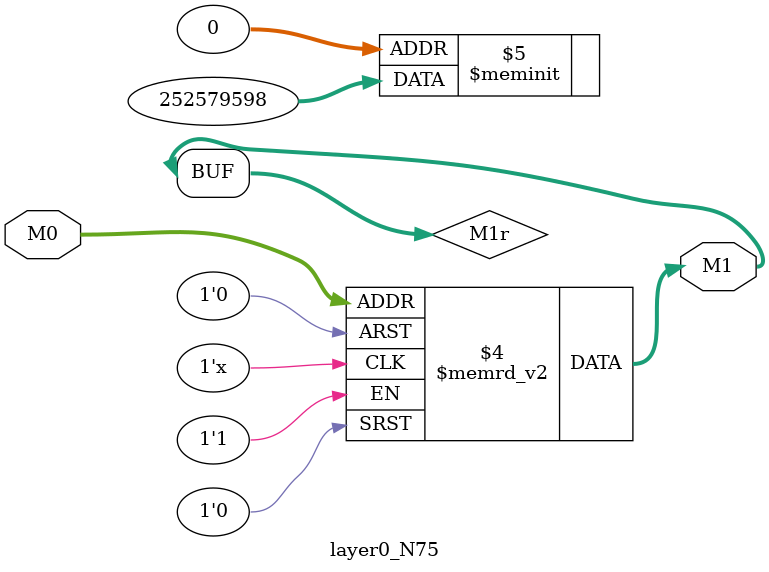
<source format=v>
module layer0_N75 ( input [3:0] M0, output [1:0] M1 );

	(*rom_style = "distributed" *) reg [1:0] M1r;
	assign M1 = M1r;
	always @ (M0) begin
		case (M0)
			4'b0000: M1r = 2'b10;
			4'b1000: M1r = 2'b10;
			4'b0100: M1r = 2'b11;
			4'b1100: M1r = 2'b11;
			4'b0010: M1r = 2'b00;
			4'b1010: M1r = 2'b00;
			4'b0110: M1r = 2'b00;
			4'b1110: M1r = 2'b00;
			4'b0001: M1r = 2'b11;
			4'b1001: M1r = 2'b11;
			4'b0101: M1r = 2'b11;
			4'b1101: M1r = 2'b11;
			4'b0011: M1r = 2'b00;
			4'b1011: M1r = 2'b00;
			4'b0111: M1r = 2'b00;
			4'b1111: M1r = 2'b00;

		endcase
	end
endmodule

</source>
